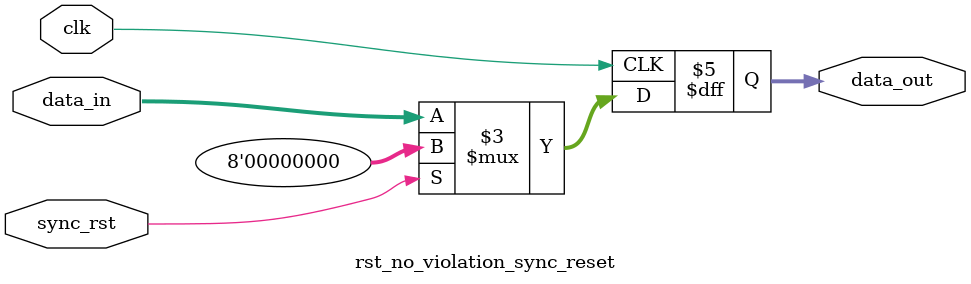
<source format=sv>

module rst_no_violation_sync_reset (
  input wire clk,
  input wire sync_rst,
  input wire [7:0] data_in,
  output logic [7:0] data_out
);

  // Synchronous reset - proper usage
  always_ff @(posedge clk) begin
    if (sync_rst)
      data_out <= 8'h00;
    else
      data_out <= data_in;
  end

endmodule


</source>
